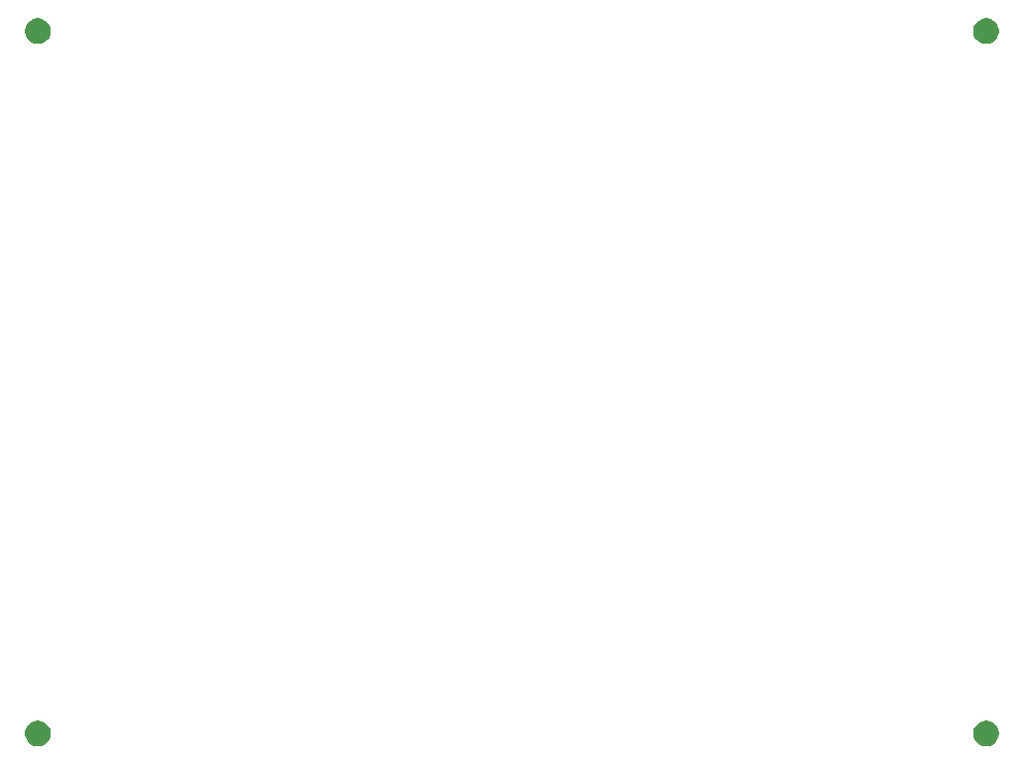
<source format=gbs>
G04 #@! TF.GenerationSoftware,KiCad,Pcbnew,(5.1.5)-3*
G04 #@! TF.CreationDate,2021-03-06T01:39:22+09:00*
G04 #@! TF.ProjectId,Setta21_Top,53657474-6132-4315-9f54-6f702e6b6963,rev?*
G04 #@! TF.SameCoordinates,Original*
G04 #@! TF.FileFunction,Soldermask,Bot*
G04 #@! TF.FilePolarity,Negative*
%FSLAX46Y46*%
G04 Gerber Fmt 4.6, Leading zero omitted, Abs format (unit mm)*
G04 Created by KiCad (PCBNEW (5.1.5)-3) date 2021-03-06 01:39:22*
%MOMM*%
%LPD*%
G04 APERTURE LIST*
%ADD10C,0.100000*%
G04 APERTURE END LIST*
D10*
G36*
X150320857Y-122942272D02*
G01*
X150521043Y-123025192D01*
X150521045Y-123025193D01*
X150611738Y-123085792D01*
X150701208Y-123145574D01*
X150854426Y-123298792D01*
X150974808Y-123478957D01*
X151057728Y-123679143D01*
X151100000Y-123891658D01*
X151100000Y-124108342D01*
X151057728Y-124320857D01*
X150974808Y-124521043D01*
X150974807Y-124521045D01*
X150854425Y-124701209D01*
X150701209Y-124854425D01*
X150521045Y-124974807D01*
X150521044Y-124974808D01*
X150521043Y-124974808D01*
X150320857Y-125057728D01*
X150108342Y-125100000D01*
X149891658Y-125100000D01*
X149679143Y-125057728D01*
X149478957Y-124974808D01*
X149478956Y-124974808D01*
X149478955Y-124974807D01*
X149298791Y-124854425D01*
X149145575Y-124701209D01*
X149025193Y-124521045D01*
X149025192Y-124521043D01*
X148942272Y-124320857D01*
X148900000Y-124108342D01*
X148900000Y-123891658D01*
X148942272Y-123679143D01*
X149025192Y-123478957D01*
X149145574Y-123298792D01*
X149298792Y-123145574D01*
X149388262Y-123085792D01*
X149478955Y-123025193D01*
X149478957Y-123025192D01*
X149679143Y-122942272D01*
X149891658Y-122900000D01*
X150108342Y-122900000D01*
X150320857Y-122942272D01*
G37*
G36*
X69320857Y-122942272D02*
G01*
X69521043Y-123025192D01*
X69521045Y-123025193D01*
X69611738Y-123085792D01*
X69701208Y-123145574D01*
X69854426Y-123298792D01*
X69974808Y-123478957D01*
X70057728Y-123679143D01*
X70100000Y-123891658D01*
X70100000Y-124108342D01*
X70057728Y-124320857D01*
X69974808Y-124521043D01*
X69974807Y-124521045D01*
X69854425Y-124701209D01*
X69701209Y-124854425D01*
X69521045Y-124974807D01*
X69521044Y-124974808D01*
X69521043Y-124974808D01*
X69320857Y-125057728D01*
X69108342Y-125100000D01*
X68891658Y-125100000D01*
X68679143Y-125057728D01*
X68478957Y-124974808D01*
X68478956Y-124974808D01*
X68478955Y-124974807D01*
X68298791Y-124854425D01*
X68145575Y-124701209D01*
X68025193Y-124521045D01*
X68025192Y-124521043D01*
X67942272Y-124320857D01*
X67900000Y-124108342D01*
X67900000Y-123891658D01*
X67942272Y-123679143D01*
X68025192Y-123478957D01*
X68145574Y-123298792D01*
X68298792Y-123145574D01*
X68388262Y-123085792D01*
X68478955Y-123025193D01*
X68478957Y-123025192D01*
X68679143Y-122942272D01*
X68891658Y-122900000D01*
X69108342Y-122900000D01*
X69320857Y-122942272D01*
G37*
G36*
X150320857Y-62942272D02*
G01*
X150521043Y-63025192D01*
X150521045Y-63025193D01*
X150611738Y-63085792D01*
X150701208Y-63145574D01*
X150854426Y-63298792D01*
X150974808Y-63478957D01*
X151057728Y-63679143D01*
X151100000Y-63891658D01*
X151100000Y-64108342D01*
X151057728Y-64320857D01*
X150974808Y-64521043D01*
X150974807Y-64521045D01*
X150854425Y-64701209D01*
X150701209Y-64854425D01*
X150521045Y-64974807D01*
X150521044Y-64974808D01*
X150521043Y-64974808D01*
X150320857Y-65057728D01*
X150108342Y-65100000D01*
X149891658Y-65100000D01*
X149679143Y-65057728D01*
X149478957Y-64974808D01*
X149478956Y-64974808D01*
X149478955Y-64974807D01*
X149298791Y-64854425D01*
X149145575Y-64701209D01*
X149025193Y-64521045D01*
X149025192Y-64521043D01*
X148942272Y-64320857D01*
X148900000Y-64108342D01*
X148900000Y-63891658D01*
X148942272Y-63679143D01*
X149025192Y-63478957D01*
X149145574Y-63298792D01*
X149298792Y-63145574D01*
X149388262Y-63085792D01*
X149478955Y-63025193D01*
X149478957Y-63025192D01*
X149679143Y-62942272D01*
X149891658Y-62900000D01*
X150108342Y-62900000D01*
X150320857Y-62942272D01*
G37*
G36*
X69320857Y-62942272D02*
G01*
X69521043Y-63025192D01*
X69521045Y-63025193D01*
X69611738Y-63085792D01*
X69701208Y-63145574D01*
X69854426Y-63298792D01*
X69974808Y-63478957D01*
X70057728Y-63679143D01*
X70100000Y-63891658D01*
X70100000Y-64108342D01*
X70057728Y-64320857D01*
X69974808Y-64521043D01*
X69974807Y-64521045D01*
X69854425Y-64701209D01*
X69701209Y-64854425D01*
X69521045Y-64974807D01*
X69521044Y-64974808D01*
X69521043Y-64974808D01*
X69320857Y-65057728D01*
X69108342Y-65100000D01*
X68891658Y-65100000D01*
X68679143Y-65057728D01*
X68478957Y-64974808D01*
X68478956Y-64974808D01*
X68478955Y-64974807D01*
X68298791Y-64854425D01*
X68145575Y-64701209D01*
X68025193Y-64521045D01*
X68025192Y-64521043D01*
X67942272Y-64320857D01*
X67900000Y-64108342D01*
X67900000Y-63891658D01*
X67942272Y-63679143D01*
X68025192Y-63478957D01*
X68145574Y-63298792D01*
X68298792Y-63145574D01*
X68388262Y-63085792D01*
X68478955Y-63025193D01*
X68478957Y-63025192D01*
X68679143Y-62942272D01*
X68891658Y-62900000D01*
X69108342Y-62900000D01*
X69320857Y-62942272D01*
G37*
M02*

</source>
